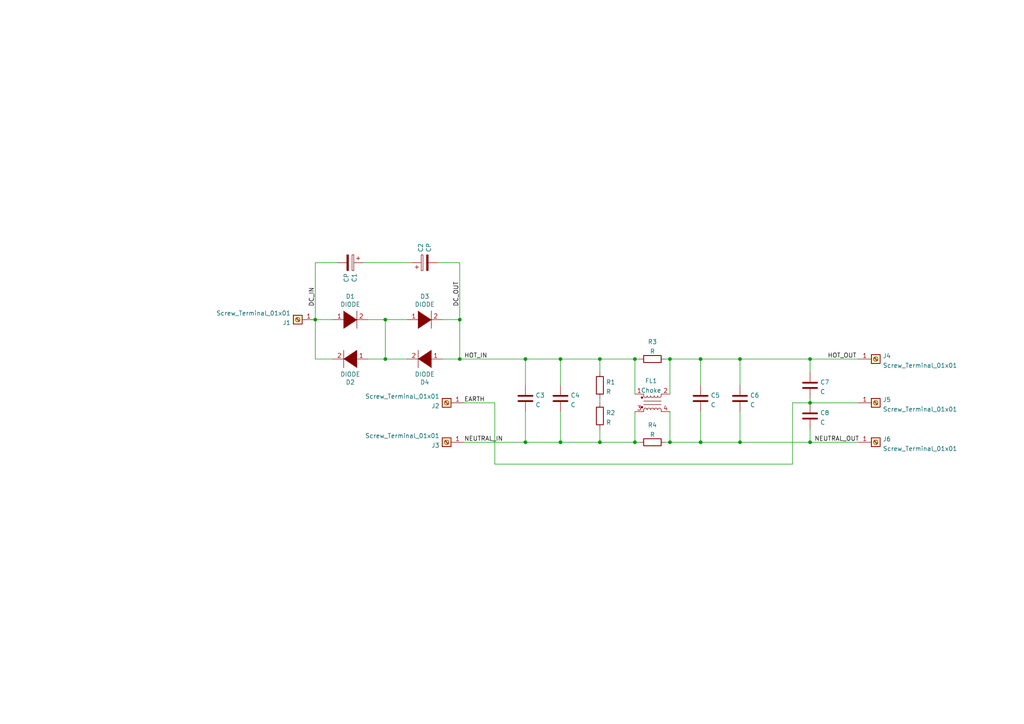
<source format=kicad_sch>
(kicad_sch (version 20211123) (generator eeschema)
  (paper "A4")
  (lib_symbols
    (symbol "Connector:Screw_Terminal_01x01" (pin_names (offset 1.016) hide)
      (property "Reference" "J" (at 0 2.54 0))
      (property "Value" "Screw_Terminal_01x01" (at 0 -2.54 0))
      (symbol "Screw_Terminal_01x01_1_1"
        (rectangle (start -1.27 1.27) (end 1.27 -1.27) (stroke (width 0.254)) (fill (type background)))
        (polyline (pts (xy -0.5334 0.3302) (xy 0.3302 -0.508)) (stroke (width 0.1524)))
        (polyline (pts (xy -0.3556 0.508) (xy 0.508 -0.3302)) (stroke (width 0.1524)))
        (circle (center 0 0) (radius 0.635) (stroke (width 0.1524)))
        (pin passive line (at -5.08 0 0) (length 3.81) (name "Pin_1") (number "1"))
      )
    )
    (symbol "Device:C" (pin_numbers hide) (pin_names (offset 0.254))
      (property "Reference" "C" (at 0.635 2.54 0))
      (property "Value" "C" (at 0.635 -2.54 0))
      (symbol "C_0_1"
        (polyline (pts (xy -2.032 -0.762) (xy 2.032 -0.762)) (stroke (width 0.508)))
        (polyline (pts (xy -2.032 0.762) (xy 2.032 0.762)) (stroke (width 0.508)))
      )
      (symbol "C_1_1"
        (pin passive line (at 0 3.81 270) (length 2.794) (name "~") (number "1"))
        (pin passive line (at 0 -3.81 90) (length 2.794) (name "~") (number "2"))
      )
    )
    (symbol "Device:CP" (pin_numbers hide) (pin_names (offset 0.254))
      (property "Reference" "C" (at 0.635 2.54 0))
      (property "Value" "Device_CP" (at 0.635 -2.54 0))
      (symbol "CP_0_1"
        (rectangle (start -2.286 0.508) (end 2.286 1.016))
        (polyline (pts (xy -1.778 2.286) (xy -0.762 2.286)))
        (polyline (pts (xy -1.27 2.794) (xy -1.27 1.778)))
        (rectangle (start 2.286 -0.508) (end -2.286 -1.016) (fill (type outline)))
      )
      (symbol "CP_1_1"
        (pin passive line (at 0 3.81 270) (length 2.794) (name "~") (number "1"))
        (pin passive line (at 0 -3.81 90) (length 2.794) (name "~") (number "2"))
      )
    )
    (symbol "Device:R" (pin_numbers hide) (pin_names (offset 0))
      (property "Reference" "R" (at 2.032 0 90))
      (property "Value" "R" (at 0 0 90))
      (symbol "R_0_1"
        (rectangle (start -1.016 -2.54) (end 1.016 2.54) (stroke (width 0.254)))
      )
      (symbol "R_1_1"
        (pin passive line (at 0 3.81 270) (length 1.27) (name "~") (number "1"))
        (pin passive line (at 0 -3.81 90) (length 1.27) (name "~") (number "2"))
      )
    )
    (symbol "Filter:Choke_Schaffner_RN102-1-02-3M0" (pin_names hide)
      (property "Reference" "FL" (at 0 5.08 0))
      (property "Value" "Choke_Schaffner_RN102-1-02-3M0" (at 0 -5.08 0))
      (symbol "Choke_Schaffner_RN102-1-02-3M0_1_1"
        (circle (center -3.048 -1.27) (radius 0.254) (fill (type outline)))
        (circle (center -3.048 1.524) (radius 0.254) (fill (type outline)))
        (arc (start -2.54 2.032) (mid -2.032 1.524) (end -1.524 2.032))
        (arc (start -1.524 -2.032) (mid -2.032 -1.524) (end -2.54 -2.032))
        (arc (start -1.524 2.032) (mid -1.016 1.524) (end -0.508 2.032))
        (arc (start -0.508 -2.032) (mid -1.016 -1.524) (end -1.524 -2.032))
        (arc (start -0.508 2.032) (mid 0 1.524) (end 0.508 2.032))
        (polyline (pts (xy -2.54 -2.032) (xy -2.54 -2.54)))
        (polyline (pts (xy -2.54 0.508) (xy 2.54 0.508)))
        (polyline (pts (xy -2.54 2.032) (xy -2.54 2.54)))
        (polyline (pts (xy 2.54 -2.032) (xy 2.54 -2.54)))
        (polyline (pts (xy 2.54 -0.508) (xy -2.54 -0.508)))
        (polyline (pts (xy 2.54 2.54) (xy 2.54 2.032)))
        (arc (start 0.508 -2.032) (mid 0 -1.524) (end -0.508 -2.032))
        (arc (start 0.508 2.032) (mid 1.016 1.524) (end 1.524 2.032))
        (arc (start 1.524 -2.032) (mid 1.016 -1.524) (end 0.508 -2.032))
        (arc (start 1.524 2.032) (mid 2.032 1.524) (end 2.54 2.032))
        (arc (start 2.54 -2.032) (mid 2.032 -1.524) (end 1.524 -2.032))
        (pin passive line (at -5.08 2.54 0) (length 2.54) (name "1") (number "1"))
        (pin passive line (at 5.08 2.54 180) (length 2.54) (name "2") (number "2"))
        (pin passive line (at -5.08 -2.54 0) (length 2.54) (name "3") (number "3"))
        (pin passive line (at 5.08 -2.54 180) (length 2.54) (name "4") (number "4"))
      )
    )
    (symbol "pspice:DIODE" (pin_names (offset 1.016) hide)
      (property "Reference" "D" (at 0 3.81 0))
      (property "Value" "DIODE" (at 0 -4.445 0))
      (symbol "DIODE_0_1"
        (polyline (pts (xy 1.905 2.54) (xy 1.905 -2.54)))
        (polyline (pts (xy -1.905 2.54) (xy -1.905 -2.54) (xy 1.905 0)) (fill (type outline)))
      )
      (symbol "DIODE_1_1"
        (pin input line (at -5.08 0 0) (length 3.81) (name "K") (number "1"))
        (pin input line (at 5.08 0 180) (length 3.81) (name "A") (number "2"))
      )
    )
  )
  (junction (at 194.31 128.27))
  (junction (at 152.4 128.27))
  (junction (at 214.63 104.14))
  (junction (at 234.95 128.27))
  (junction (at 194.31 104.14))
  (junction (at 214.63 128.27))
  (junction (at 152.4 104.14))
  (junction (at 111.76 92.71))
  (junction (at 184.15 104.14))
  (junction (at 203.2 128.27))
  (junction (at 203.2 104.14))
  (junction (at 133.35 92.71))
  (junction (at 234.95 104.14))
  (junction (at 162.56 104.14))
  (junction (at 162.56 128.27))
  (junction (at 173.99 128.27))
  (junction (at 111.76 104.14))
  (junction (at 234.95 116.84))
  (junction (at 184.15 128.27))
  (junction (at 91.44 92.71))
  (junction (at 133.35 104.14))
  (junction (at 173.99 104.14))
  (wire (pts (xy 214.63 119.38) (xy 214.63 128.27)))
  (wire (pts (xy 184.15 104.14) (xy 185.42 104.14)))
  (wire (pts (xy 173.99 104.14) (xy 184.15 104.14)))
  (wire (pts (xy 234.95 104.14) (xy 248.92 104.14)))
  (wire (pts (xy 91.44 92.71) (xy 91.44 76.2)))
  (wire (pts (xy 91.44 92.71) (xy 96.52 92.71)))
  (wire (pts (xy 105.41 76.2) (xy 119.38 76.2)))
  (wire (pts (xy 162.56 104.14) (xy 162.56 111.76)))
  (wire (pts (xy 133.35 76.2) (xy 133.35 92.71)))
  (wire (pts (xy 214.63 104.14) (xy 234.95 104.14)))
  (wire (pts (xy 234.95 124.46) (xy 234.95 128.27)))
  (wire (pts (xy 133.35 104.14) (xy 152.4 104.14)))
  (wire (pts (xy 194.31 104.14) (xy 194.31 114.3)))
  (wire (pts (xy 173.99 124.46) (xy 173.99 128.27)))
  (wire (pts (xy 143.51 116.84) (xy 143.51 134.62)))
  (wire (pts (xy 134.62 116.84) (xy 143.51 116.84)))
  (wire (pts (xy 203.2 104.14) (xy 203.2 111.76)))
  (wire (pts (xy 91.44 104.14) (xy 91.44 92.71)))
  (wire (pts (xy 203.2 104.14) (xy 214.63 104.14)))
  (wire (pts (xy 111.76 92.71) (xy 111.76 104.14)))
  (wire (pts (xy 184.15 128.27) (xy 185.42 128.27)))
  (wire (pts (xy 229.87 134.62) (xy 229.87 116.84)))
  (wire (pts (xy 229.87 116.84) (xy 234.95 116.84)))
  (wire (pts (xy 173.99 128.27) (xy 184.15 128.27)))
  (wire (pts (xy 162.56 128.27) (xy 173.99 128.27)))
  (wire (pts (xy 234.95 107.95) (xy 234.95 104.14)))
  (wire (pts (xy 194.31 119.38) (xy 194.31 128.27)))
  (wire (pts (xy 143.51 134.62) (xy 229.87 134.62)))
  (wire (pts (xy 214.63 104.14) (xy 214.63 111.76)))
  (wire (pts (xy 152.4 128.27) (xy 162.56 128.27)))
  (wire (pts (xy 152.4 104.14) (xy 152.4 111.76)))
  (wire (pts (xy 111.76 92.71) (xy 118.11 92.71)))
  (wire (pts (xy 173.99 115.57) (xy 173.99 116.84)))
  (wire (pts (xy 234.95 115.57) (xy 234.95 116.84)))
  (wire (pts (xy 214.63 128.27) (xy 234.95 128.27)))
  (wire (pts (xy 91.44 76.2) (xy 97.79 76.2)))
  (wire (pts (xy 162.56 104.14) (xy 173.99 104.14)))
  (wire (pts (xy 128.27 92.71) (xy 133.35 92.71)))
  (wire (pts (xy 134.62 128.27) (xy 152.4 128.27)))
  (wire (pts (xy 162.56 119.38) (xy 162.56 128.27)))
  (wire (pts (xy 152.4 104.14) (xy 162.56 104.14)))
  (wire (pts (xy 203.2 128.27) (xy 214.63 128.27)))
  (wire (pts (xy 194.31 104.14) (xy 203.2 104.14)))
  (wire (pts (xy 133.35 104.14) (xy 128.27 104.14)))
  (wire (pts (xy 152.4 119.38) (xy 152.4 128.27)))
  (wire (pts (xy 184.15 104.14) (xy 184.15 114.3)))
  (wire (pts (xy 133.35 92.71) (xy 133.35 104.14)))
  (wire (pts (xy 127 76.2) (xy 133.35 76.2)))
  (wire (pts (xy 194.31 128.27) (xy 203.2 128.27)))
  (wire (pts (xy 234.95 128.27) (xy 248.92 128.27)))
  (wire (pts (xy 193.04 128.27) (xy 194.31 128.27)))
  (wire (pts (xy 173.99 104.14) (xy 173.99 107.95)))
  (wire (pts (xy 248.92 116.84) (xy 234.95 116.84)))
  (wire (pts (xy 91.44 104.14) (xy 96.52 104.14)))
  (wire (pts (xy 184.15 119.38) (xy 184.15 128.27)))
  (wire (pts (xy 111.76 104.14) (xy 106.68 104.14)))
  (wire (pts (xy 106.68 92.71) (xy 111.76 92.71)))
  (wire (pts (xy 203.2 119.38) (xy 203.2 128.27)))
  (wire (pts (xy 118.11 104.14) (xy 111.76 104.14)))
  (wire (pts (xy 193.04 104.14) (xy 194.31 104.14)))
  (label "DC_IN" (at 91.44 88.9 90))
  (label "NEUTRAL_OUT" (at 236.22 128.27 0))
  (label "HOT_OUT" (at 240.03 104.14 0))
  (label "HOT_IN" (at 134.62 104.14 0))
  (label "NEUTRAL_IN" (at 134.62 128.27 0))
  (label "DC_OUT" (at 133.35 88.9 90))
  (label "EARTH" (at 134.62 116.84 0))
  (symbol (lib_id "Device:R") (at 189.23 128.27 90) (unit 1)
    (property "Reference" "R4" (at 189.23 123.2875 90))
    (property "Value" "R" (at 189.23 126.0626 90))
    (property "Footprint" "Resistor_THT:R_Axial_DIN0516_L15.5mm_D5.0mm_P20.32mm_Horizontal" (effects hide))
  )
  (symbol (lib_id "Connector:Screw_Terminal_01x01") (at 254 104.14 0) (unit 1)
    (property "Reference" "J4" (at 256.032 103.2315 0) (effects (justify left)))
    (property "Value" "Screw_Terminal_01x01" (at 256.032 106.0066 0) (effects (justify left)))
    (property "Footprint" "Custom Library:M4_Screw_Terminal" (effects hide))
  )
  (symbol (lib_id "pspice:DIODE") (at 123.19 92.71 0) (unit 1)
    (property "Reference" "D3" (at 123.19 85.979 0))
    (property "Value" "DIODE" (at 123.19 88.2904 0))
    (property "Footprint" "Diode_THT:D_DO-15_P15.24mm_Horizontal" (effects hide))
  )
  (symbol (lib_id "pspice:DIODE") (at 101.6 104.14 180) (unit 1)
    (property "Reference" "D2" (at 101.6 110.871 0))
    (property "Value" "DIODE" (at 101.6 108.5596 0))
    (property "Footprint" "Diode_THT:D_DO-15_P15.24mm_Horizontal" (effects hide))
  )
  (symbol (lib_id "Device:C") (at 214.63 115.57 0) (unit 1)
    (property "Reference" "C6" (at 217.551 114.6615 0) (effects (justify left)))
    (property "Value" "C" (at 217.551 117.4366 0) (effects (justify left)))
    (property "Footprint" "Capacitor_THT:C_Rect_L31.5mm_W13.0mm_P27.50mm_MKS4" (effects hide))
  )
  (symbol (lib_id "Connector:Screw_Terminal_01x01") (at 254 128.27 0) (unit 1)
    (property "Reference" "J6" (at 256.032 127.3615 0) (effects (justify left)))
    (property "Value" "Screw_Terminal_01x01" (at 256.032 130.1366 0) (effects (justify left)))
    (property "Footprint" "Custom Library:M4_Screw_Terminal" (effects hide))
  )
  (symbol (lib_id "Device:C") (at 162.56 115.57 0) (unit 1)
    (property "Reference" "C4" (at 165.481 114.6615 0) (effects (justify left)))
    (property "Value" "C" (at 165.481 117.4366 0) (effects (justify left)))
    (property "Footprint" "Capacitor_THT:C_Rect_L31.5mm_W13.0mm_P27.50mm_MKS4" (effects hide))
  )
  (symbol (lib_id "Device:C") (at 203.2 115.57 0) (unit 1)
    (property "Reference" "C5" (at 206.121 114.6615 0) (effects (justify left)))
    (property "Value" "C" (at 206.121 117.4366 0) (effects (justify left)))
    (property "Footprint" "Capacitor_THT:C_Rect_L31.5mm_W13.0mm_P27.50mm_MKS4" (effects hide))
  )
  (symbol (lib_id "Device:C") (at 234.95 120.65 0) (unit 1)
    (property "Reference" "C8" (at 237.871 119.7415 0) (effects (justify left)))
    (property "Value" "C" (at 237.871 122.5166 0) (effects (justify left)))
    (property "Footprint" "Capacitor_THT:C_Rect_L13.0mm_W5.0mm_P10.00mm_FKS3_FKP3_MKS4" (effects hide))
  )
  (symbol (lib_id "Connector:Screw_Terminal_01x01") (at 86.36 92.71 180) (unit 1)
    (property "Reference" "J1" (at 84.328 93.6185 0) (effects (justify left)))
    (property "Value" "Screw_Terminal_01x01" (at 84.328 90.8434 0) (effects (justify left)))
    (property "Footprint" "Custom Library:M4_Screw_Terminal" (effects hide))
  )
  (symbol (lib_id "Connector:Screw_Terminal_01x01") (at 129.54 116.84 180) (unit 1)
    (property "Reference" "J2" (at 127.508 117.7485 0) (effects (justify left)))
    (property "Value" "Screw_Terminal_01x01" (at 127.508 114.9734 0) (effects (justify left)))
    (property "Footprint" "Custom Library:M4_Screw_Terminal" (effects hide))
  )
  (symbol (lib_id "Device:C") (at 234.95 111.76 0) (unit 1)
    (property "Reference" "C7" (at 237.871 110.8515 0) (effects (justify left)))
    (property "Value" "C" (at 237.871 113.6266 0) (effects (justify left)))
    (property "Footprint" "Capacitor_THT:C_Rect_L13.0mm_W5.0mm_P10.00mm_FKS3_FKP3_MKS4" (effects hide))
  )
  (symbol (lib_id "Device:R") (at 189.23 104.14 90) (unit 1)
    (property "Reference" "R3" (at 189.23 99.1575 90))
    (property "Value" "R" (at 189.23 101.9326 90))
    (property "Footprint" "Resistor_THT:R_Axial_DIN0516_L15.5mm_D5.0mm_P20.32mm_Horizontal" (effects hide))
  )
  (symbol (lib_id "Connector:Screw_Terminal_01x01") (at 129.54 128.27 180) (unit 1)
    (property "Reference" "J3" (at 127.508 129.1785 0) (effects (justify left)))
    (property "Value" "Screw_Terminal_01x01" (at 127.508 126.4034 0) (effects (justify left)))
    (property "Footprint" "Custom Library:M4_Screw_Terminal" (effects hide))
  )
  (symbol (lib_id "Device:CP") (at 123.19 76.2 90) (unit 1)
    (property "Reference" "C2" (at 122.0216 73.2028 0) (effects (justify left)))
    (property "Value" "CP" (at 124.333 73.2028 0) (effects (justify left)))
    (property "Footprint" "Capacitor_THT:CP_Radial_D35.0mm_P10.00mm_SnapIn" (effects hide))
  )
  (symbol (lib_id "Connector:Screw_Terminal_01x01") (at 254 116.84 0) (unit 1)
    (property "Reference" "J5" (at 256.032 115.9315 0) (effects (justify left)))
    (property "Value" "Screw_Terminal_01x01" (at 256.032 118.7066 0) (effects (justify left)))
    (property "Footprint" "Custom Library:M4_Screw_Terminal" (effects hide))
  )
  (symbol (lib_id "Device:C") (at 152.4 115.57 0) (unit 1)
    (property "Reference" "C3" (at 155.321 114.6615 0) (effects (justify left)))
    (property "Value" "C" (at 155.321 117.4366 0) (effects (justify left)))
    (property "Footprint" "Capacitor_THT:C_Rect_L31.5mm_W13.0mm_P27.50mm_MKS4" (effects hide))
  )
  (symbol (lib_id "pspice:DIODE") (at 101.6 92.71 0) (unit 1)
    (property "Reference" "D1" (at 101.6 85.979 0))
    (property "Value" "DIODE" (at 101.6 88.2904 0))
    (property "Footprint" "Diode_THT:D_DO-15_P15.24mm_Horizontal" (effects hide))
  )
  (symbol (lib_id "Filter:Choke_Schaffner_RN102-1-02-3M0") (at 189.23 116.84 0) (unit 1)
    (property "Reference" "FL1" (at 188.849 110.4605 0))
    (property "Value" "Choke" (at 188.849 113.2356 0))
    (property "Footprint" "Custom Library:IND_CMT-8121" (effects hide))
    (property "Datasheet" "https://www.schaffner.com/products/download/product/datasheet/rn-series-common-mode-chokes-new/" (effects hide))
  )
  (symbol (lib_id "pspice:DIODE") (at 123.19 104.14 180) (unit 1)
    (property "Reference" "D4" (at 123.19 110.871 0))
    (property "Value" "DIODE" (at 123.19 108.5596 0))
    (property "Footprint" "Diode_THT:D_DO-15_P15.24mm_Horizontal" (effects hide))
  )
  (symbol (lib_id "Device:CP") (at 101.6 76.2 270) (unit 1)
    (property "Reference" "C1" (at 102.7684 79.1972 0) (effects (justify left)))
    (property "Value" "CP" (at 100.457 79.1972 0) (effects (justify left)))
    (property "Footprint" "Capacitor_THT:CP_Radial_D35.0mm_P10.00mm_SnapIn" (effects hide))
  )
  (symbol (lib_id "Device:R") (at 173.99 120.65 0) (unit 1)
    (property "Reference" "R2" (at 175.768 119.7415 0) (effects (justify left)))
    (property "Value" "R" (at 175.768 122.5166 0) (effects (justify left)))
    (property "Footprint" "Resistor_THT:R_Axial_DIN0207_L6.3mm_D2.5mm_P7.62mm_Horizontal" (effects hide))
  )
  (symbol (lib_id "Device:R") (at 173.99 111.76 0) (unit 1)
    (property "Reference" "R1" (at 175.768 110.8515 0) (effects (justify left)))
    (property "Value" "R" (at 175.768 113.6266 0) (effects (justify left)))
    (property "Footprint" "Resistor_THT:R_Axial_DIN0207_L6.3mm_D2.5mm_P7.62mm_Horizontal" (effects hide))
  )
)
</source>
